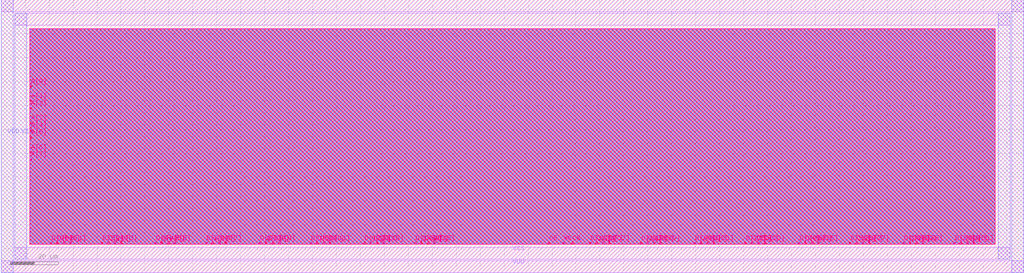
<source format=lef>
VERSION 5.6 ;
BUSBITCHARS "[]" ;
DIVIDERCHAR "/" ;

MACRO MEM1_256X32
  CLASS BLOCK ;
  ORIGIN 0 0 ;
  FOREIGN MEM1_256X32 0 0 ;
  SIZE 426.965 BY 114.215 ;
  SYMMETRY X Y R90 ;
  PIN A[0]
    DIRECTION INPUT ;
    USE SIGNAL ;
    PORT
      LAYER Metal5 ;
        RECT 12.000 77.64 12.660 78.3 ;
      LAYER Metal6 ;
        RECT 12.000 77.64 12.660 78.3 ;
      LAYER Metal3 ;
        RECT 12.000 77.64 12.660 78.3 ;
      LAYER Metal4 ;
        RECT 12.000 77.64 12.660 78.3 ;
    END
  END A[0]
  PIN A[1]
    DIRECTION INPUT ;
    USE SIGNAL ;
    PORT
      LAYER Metal5 ;
        RECT 12.000 71.52 12.660 72.18 ;
      LAYER Metal6 ;
        RECT 12.000 71.52 12.660 72.18 ;
      LAYER Metal3 ;
        RECT 12.000 71.52 12.660 72.18 ;
      LAYER Metal4 ;
        RECT 12.000 71.52 12.660 72.18 ;
    END
  END A[1]
  PIN A[2]
    DIRECTION INPUT ;
    USE SIGNAL ;
    PORT
      LAYER Metal5 ;
        RECT 12.000 68.42 12.660 69.08 ;
      LAYER Metal6 ;
        RECT 12.000 68.42 12.660 69.08 ;
      LAYER Metal3 ;
        RECT 12.000 68.42 12.660 69.08 ;
      LAYER Metal4 ;
        RECT 12.000 68.42 12.660 69.08 ;
    END
  END A[2]
  PIN A[3]
    DIRECTION INPUT ;
    USE SIGNAL ;
    PORT
      LAYER Metal5 ;
        RECT 12.000 62.3 12.660 62.96 ;
      LAYER Metal6 ;
        RECT 12.000 62.3 12.660 62.96 ;
      LAYER Metal3 ;
        RECT 12.000 62.3 12.660 62.96 ;
      LAYER Metal4 ;
        RECT 12.000 62.3 12.660 62.96 ;
    END
  END A[3]
  PIN A[4]
    DIRECTION INPUT ;
    USE SIGNAL ;
    PORT
      LAYER Metal5 ;
        RECT 12.000 59.28 12.660 59.94 ;
      LAYER Metal6 ;
        RECT 12.000 59.28 12.660 59.94 ;
      LAYER Metal3 ;
        RECT 12.000 59.28 12.660 59.94 ;
      LAYER Metal4 ;
        RECT 12.000 59.28 12.660 59.94 ;
    END
  END A[4]
  PIN A[5]
    DIRECTION INPUT ;
    USE SIGNAL ;
    PORT
      LAYER Metal5 ;
        RECT 12.000 56.18 12.660 56.84 ;
      LAYER Metal6 ;
        RECT 12.000 56.18 12.660 56.84 ;
      LAYER Metal3 ;
        RECT 12.000 56.18 12.660 56.84 ;
      LAYER Metal4 ;
        RECT 12.000 56.18 12.660 56.84 ;
    END
  END A[5]
  PIN A[6]
    DIRECTION INPUT ;
    USE SIGNAL ;
    PORT
      LAYER Metal5 ;
        RECT 12.000 50.06 12.660 50.72 ;
      LAYER Metal6 ;
        RECT 12.000 50.06 12.660 50.72 ;
      LAYER Metal3 ;
        RECT 12.000 50.06 12.660 50.72 ;
      LAYER Metal4 ;
        RECT 12.000 50.06 12.660 50.72 ;
    END
  END A[6]
  PIN A[7]
    DIRECTION INPUT ;
    USE SIGNAL ;
    PORT
      LAYER Metal5 ;
        RECT 12.000 47.04 12.660 47.7 ;
      LAYER Metal6 ;
        RECT 12.000 47.04 12.660 47.7 ;
      LAYER Metal3 ;
        RECT 12.000 47.04 12.660 47.7 ;
      LAYER Metal4 ;
        RECT 12.000 47.04 12.660 47.7 ;
    END
  END A[7]
  PIN CE
    DIRECTION INPUT ;
    USE SIGNAL ;
    PORT
      LAYER Metal5 ;
        RECT 228.435 12 229.095 12.66 ;
      LAYER Metal6 ;
        RECT 228.435 12 229.095 12.66 ;
      LAYER Metal3 ;
        RECT 228.435 12 229.095 12.66 ;
      LAYER Metal4 ;
        RECT 228.435 12 229.095 12.66 ;
    END
  END CE
  PIN CK
    DIRECTION INPUT ;
    USE CLOCK ;
    PORT
      LAYER Metal5 ;
        RECT 238.18 12 238.84 12.66 ;
      LAYER Metal6 ;
        RECT 238.18 12 238.84 12.66 ;
      LAYER Metal3 ;
        RECT 238.18 12 238.84 12.66 ;
      LAYER Metal4 ;
        RECT 238.18 12 238.84 12.66 ;
    END
  END CK
  PIN D[0]
    DIRECTION INPUT ;
    USE SIGNAL ;
    PORT
      LAYER Metal5 ;
        RECT 20.48 12 21.14 12.66 ;
      LAYER Metal6 ;
        RECT 20.48 12 21.14 12.66 ;
      LAYER Metal3 ;
        RECT 20.48 12 21.14 12.66 ;
      LAYER Metal4 ;
        RECT 20.48 12 21.14 12.66 ;
    END
  END D[0]
  PIN D[10]
    DIRECTION INPUT ;
    USE SIGNAL ;
    PORT
      LAYER Metal5 ;
        RECT 129 12 129.66 12.66 ;
      LAYER Metal6 ;
        RECT 129 12 129.66 12.66 ;
      LAYER Metal3 ;
        RECT 129 12 129.66 12.66 ;
      LAYER Metal4 ;
        RECT 129 12 129.66 12.66 ;
    END
  END D[10]
  PIN D[11]
    DIRECTION INPUT ;
    USE SIGNAL ;
    PORT
      LAYER Metal5 ;
        RECT 137.04 12 137.7 12.66 ;
      LAYER Metal6 ;
        RECT 137.04 12 137.7 12.66 ;
      LAYER Metal3 ;
        RECT 137.04 12 137.7 12.66 ;
      LAYER Metal4 ;
        RECT 137.04 12 137.7 12.66 ;
    END
  END D[11]
  PIN D[12]
    DIRECTION INPUT ;
    USE SIGNAL ;
    PORT
      LAYER Metal5 ;
        RECT 151.34 12 152 12.66 ;
      LAYER Metal6 ;
        RECT 151.34 12 152 12.66 ;
      LAYER Metal3 ;
        RECT 151.34 12 152 12.66 ;
      LAYER Metal4 ;
        RECT 151.34 12 152 12.66 ;
    END
  END D[12]
  PIN D[13]
    DIRECTION INPUT ;
    USE SIGNAL ;
    PORT
      LAYER Metal5 ;
        RECT 159.38 12 160.04 12.66 ;
      LAYER Metal6 ;
        RECT 159.38 12 160.04 12.66 ;
      LAYER Metal3 ;
        RECT 159.38 12 160.04 12.66 ;
      LAYER Metal4 ;
        RECT 159.38 12 160.04 12.66 ;
    END
  END D[13]
  PIN D[14]
    DIRECTION INPUT ;
    USE SIGNAL ;
    PORT
      LAYER Metal5 ;
        RECT 172.62 12 173.28 12.66 ;
      LAYER Metal6 ;
        RECT 172.62 12 173.28 12.66 ;
      LAYER Metal3 ;
        RECT 172.62 12 173.28 12.66 ;
      LAYER Metal4 ;
        RECT 172.62 12 173.28 12.66 ;
    END
  END D[14]
  PIN D[15]
    DIRECTION INPUT ;
    USE SIGNAL ;
    PORT
      LAYER Metal5 ;
        RECT 180.66 12 181.32 12.66 ;
      LAYER Metal6 ;
        RECT 180.66 12 181.32 12.66 ;
      LAYER Metal3 ;
        RECT 180.66 12 181.32 12.66 ;
      LAYER Metal4 ;
        RECT 180.66 12 181.32 12.66 ;
    END
  END D[15]
  PIN D[16]
    DIRECTION INPUT ;
    USE SIGNAL ;
    PORT
      LAYER Metal5 ;
        RECT 245.645 12 246.305 12.66 ;
      LAYER Metal6 ;
        RECT 245.645 12 246.305 12.66 ;
      LAYER Metal3 ;
        RECT 245.645 12 246.305 12.66 ;
      LAYER Metal4 ;
        RECT 245.645 12 246.305 12.66 ;
    END
  END D[16]
  PIN D[17]
    DIRECTION INPUT ;
    USE SIGNAL ;
    PORT
      LAYER Metal5 ;
        RECT 253.685 12 254.345 12.66 ;
      LAYER Metal6 ;
        RECT 253.685 12 254.345 12.66 ;
      LAYER Metal3 ;
        RECT 253.685 12 254.345 12.66 ;
      LAYER Metal4 ;
        RECT 253.685 12 254.345 12.66 ;
    END
  END D[17]
  PIN D[18]
    DIRECTION INPUT ;
    USE SIGNAL ;
    PORT
      LAYER Metal5 ;
        RECT 266.925 12 267.585 12.66 ;
      LAYER Metal6 ;
        RECT 266.925 12 267.585 12.66 ;
      LAYER Metal3 ;
        RECT 266.925 12 267.585 12.66 ;
      LAYER Metal4 ;
        RECT 266.925 12 267.585 12.66 ;
    END
  END D[18]
  PIN D[19]
    DIRECTION INPUT ;
    USE SIGNAL ;
    PORT
      LAYER Metal5 ;
        RECT 274.965 12 275.625 12.66 ;
      LAYER Metal6 ;
        RECT 274.965 12 275.625 12.66 ;
      LAYER Metal3 ;
        RECT 274.965 12 275.625 12.66 ;
      LAYER Metal4 ;
        RECT 274.965 12 275.625 12.66 ;
    END
  END D[19]
  PIN D[1]
    DIRECTION INPUT ;
    USE SIGNAL ;
    PORT
      LAYER Metal5 ;
        RECT 28.52 12 29.18 12.66 ;
      LAYER Metal6 ;
        RECT 28.52 12 29.18 12.66 ;
      LAYER Metal3 ;
        RECT 28.52 12 29.18 12.66 ;
      LAYER Metal4 ;
        RECT 28.52 12 29.18 12.66 ;
    END
  END D[1]
  PIN D[20]
    DIRECTION INPUT ;
    USE SIGNAL ;
    PORT
      LAYER Metal5 ;
        RECT 289.265 12 289.925 12.66 ;
      LAYER Metal6 ;
        RECT 289.265 12 289.925 12.66 ;
      LAYER Metal3 ;
        RECT 289.265 12 289.925 12.66 ;
      LAYER Metal4 ;
        RECT 289.265 12 289.925 12.66 ;
    END
  END D[20]
  PIN D[21]
    DIRECTION INPUT ;
    USE SIGNAL ;
    PORT
      LAYER Metal5 ;
        RECT 297.305 12 297.965 12.66 ;
      LAYER Metal6 ;
        RECT 297.305 12 297.965 12.66 ;
      LAYER Metal3 ;
        RECT 297.305 12 297.965 12.66 ;
      LAYER Metal4 ;
        RECT 297.305 12 297.965 12.66 ;
    END
  END D[21]
  PIN D[22]
    DIRECTION INPUT ;
    USE SIGNAL ;
    PORT
      LAYER Metal5 ;
        RECT 310.545 12 311.205 12.66 ;
      LAYER Metal6 ;
        RECT 310.545 12 311.205 12.66 ;
      LAYER Metal3 ;
        RECT 310.545 12 311.205 12.66 ;
      LAYER Metal4 ;
        RECT 310.545 12 311.205 12.66 ;
    END
  END D[22]
  PIN D[23]
    DIRECTION INPUT ;
    USE SIGNAL ;
    PORT
      LAYER Metal5 ;
        RECT 318.585 12 319.245 12.66 ;
      LAYER Metal6 ;
        RECT 318.585 12 319.245 12.66 ;
      LAYER Metal3 ;
        RECT 318.585 12 319.245 12.66 ;
      LAYER Metal4 ;
        RECT 318.585 12 319.245 12.66 ;
    END
  END D[23]
  PIN D[24]
    DIRECTION INPUT ;
    USE SIGNAL ;
    PORT
      LAYER Metal5 ;
        RECT 332.885 12 333.545 12.66 ;
      LAYER Metal6 ;
        RECT 332.885 12 333.545 12.66 ;
      LAYER Metal3 ;
        RECT 332.885 12 333.545 12.66 ;
      LAYER Metal4 ;
        RECT 332.885 12 333.545 12.66 ;
    END
  END D[24]
  PIN D[25]
    DIRECTION INPUT ;
    USE SIGNAL ;
    PORT
      LAYER Metal5 ;
        RECT 340.925 12 341.585 12.66 ;
      LAYER Metal6 ;
        RECT 340.925 12 341.585 12.66 ;
      LAYER Metal3 ;
        RECT 340.925 12 341.585 12.66 ;
      LAYER Metal4 ;
        RECT 340.925 12 341.585 12.66 ;
    END
  END D[25]
  PIN D[26]
    DIRECTION INPUT ;
    USE SIGNAL ;
    PORT
      LAYER Metal5 ;
        RECT 354.165 12 354.825 12.66 ;
      LAYER Metal6 ;
        RECT 354.165 12 354.825 12.66 ;
      LAYER Metal3 ;
        RECT 354.165 12 354.825 12.66 ;
      LAYER Metal4 ;
        RECT 354.165 12 354.825 12.66 ;
    END
  END D[26]
  PIN D[27]
    DIRECTION INPUT ;
    USE SIGNAL ;
    PORT
      LAYER Metal5 ;
        RECT 362.205 12 362.865 12.66 ;
      LAYER Metal6 ;
        RECT 362.205 12 362.865 12.66 ;
      LAYER Metal3 ;
        RECT 362.205 12 362.865 12.66 ;
      LAYER Metal4 ;
        RECT 362.205 12 362.865 12.66 ;
    END
  END D[27]
  PIN D[28]
    DIRECTION INPUT ;
    USE SIGNAL ;
    PORT
      LAYER Metal5 ;
        RECT 376.505 12 377.165 12.66 ;
      LAYER Metal6 ;
        RECT 376.505 12 377.165 12.66 ;
      LAYER Metal3 ;
        RECT 376.505 12 377.165 12.66 ;
      LAYER Metal4 ;
        RECT 376.505 12 377.165 12.66 ;
    END
  END D[28]
  PIN D[29]
    DIRECTION INPUT ;
    USE SIGNAL ;
    PORT
      LAYER Metal5 ;
        RECT 384.545 12 385.205 12.66 ;
      LAYER Metal6 ;
        RECT 384.545 12 385.205 12.66 ;
      LAYER Metal3 ;
        RECT 384.545 12 385.205 12.66 ;
      LAYER Metal4 ;
        RECT 384.545 12 385.205 12.66 ;
    END
  END D[29]
  PIN D[2]
    DIRECTION INPUT ;
    USE SIGNAL ;
    PORT
      LAYER Metal5 ;
        RECT 41.76 12 42.42 12.66 ;
      LAYER Metal6 ;
        RECT 41.76 12 42.42 12.66 ;
      LAYER Metal3 ;
        RECT 41.76 12 42.42 12.66 ;
      LAYER Metal4 ;
        RECT 41.76 12 42.42 12.66 ;
    END
  END D[2]
  PIN D[30]
    DIRECTION INPUT ;
    USE SIGNAL ;
    PORT
      LAYER Metal5 ;
        RECT 397.785 12 398.445 12.66 ;
      LAYER Metal6 ;
        RECT 397.785 12 398.445 12.66 ;
      LAYER Metal3 ;
        RECT 397.785 12 398.445 12.66 ;
      LAYER Metal4 ;
        RECT 397.785 12 398.445 12.66 ;
    END
  END D[30]
  PIN D[31]
    DIRECTION INPUT ;
    USE SIGNAL ;
    PORT
      LAYER Metal5 ;
        RECT 405.825 12 406.485 12.66 ;
      LAYER Metal6 ;
        RECT 405.825 12 406.485 12.66 ;
      LAYER Metal3 ;
        RECT 405.825 12 406.485 12.66 ;
      LAYER Metal4 ;
        RECT 405.825 12 406.485 12.66 ;
    END
  END D[31]
  PIN D[3]
    DIRECTION INPUT ;
    USE SIGNAL ;
    PORT
      LAYER Metal5 ;
        RECT 49.8 12 50.46 12.66 ;
      LAYER Metal6 ;
        RECT 49.8 12 50.46 12.66 ;
      LAYER Metal3 ;
        RECT 49.8 12 50.46 12.66 ;
      LAYER Metal4 ;
        RECT 49.8 12 50.46 12.66 ;
    END
  END D[3]
  PIN D[4]
    DIRECTION INPUT ;
    USE SIGNAL ;
    PORT
      LAYER Metal5 ;
        RECT 64.1 12 64.76 12.66 ;
      LAYER Metal6 ;
        RECT 64.1 12 64.76 12.66 ;
      LAYER Metal3 ;
        RECT 64.1 12 64.76 12.66 ;
      LAYER Metal4 ;
        RECT 64.1 12 64.76 12.66 ;
    END
  END D[4]
  PIN D[5]
    DIRECTION INPUT ;
    USE SIGNAL ;
    PORT
      LAYER Metal5 ;
        RECT 72.14 12 72.8 12.66 ;
      LAYER Metal6 ;
        RECT 72.14 12 72.8 12.66 ;
      LAYER Metal3 ;
        RECT 72.14 12 72.8 12.66 ;
      LAYER Metal4 ;
        RECT 72.14 12 72.8 12.66 ;
    END
  END D[5]
  PIN D[6]
    DIRECTION INPUT ;
    USE SIGNAL ;
    PORT
      LAYER Metal5 ;
        RECT 85.38 12 86.04 12.66 ;
      LAYER Metal6 ;
        RECT 85.38 12 86.04 12.66 ;
      LAYER Metal3 ;
        RECT 85.38 12 86.04 12.66 ;
      LAYER Metal4 ;
        RECT 85.38 12 86.04 12.66 ;
    END
  END D[6]
  PIN D[7]
    DIRECTION INPUT ;
    USE SIGNAL ;
    PORT
      LAYER Metal5 ;
        RECT 93.42 12 94.08 12.66 ;
      LAYER Metal6 ;
        RECT 93.42 12 94.08 12.66 ;
      LAYER Metal3 ;
        RECT 93.42 12 94.08 12.66 ;
      LAYER Metal4 ;
        RECT 93.42 12 94.08 12.66 ;
    END
  END D[7]
  PIN D[8]
    DIRECTION INPUT ;
    USE SIGNAL ;
    PORT
      LAYER Metal5 ;
        RECT 107.72 12 108.38 12.66 ;
      LAYER Metal6 ;
        RECT 107.72 12 108.38 12.66 ;
      LAYER Metal3 ;
        RECT 107.72 12 108.38 12.66 ;
      LAYER Metal4 ;
        RECT 107.72 12 108.38 12.66 ;
    END
  END D[8]
  PIN D[9]
    DIRECTION INPUT ;
    USE SIGNAL ;
    PORT
      LAYER Metal5 ;
        RECT 115.76 12 116.42 12.66 ;
      LAYER Metal6 ;
        RECT 115.76 12 116.42 12.66 ;
      LAYER Metal3 ;
        RECT 115.76 12 116.42 12.66 ;
      LAYER Metal4 ;
        RECT 115.76 12 116.42 12.66 ;
    END
  END D[9]
  PIN Q[0]
    DIRECTION OUTPUT ;
    USE SIGNAL ;
    PORT
      LAYER Metal5 ;
        RECT 23.06 12 23.72 12.66 ;
      LAYER Metal6 ;
        RECT 23.06 12 23.72 12.66 ;
      LAYER Metal3 ;
        RECT 23.06 12 23.72 12.66 ;
      LAYER Metal4 ;
        RECT 23.06 12 23.72 12.66 ;
    END
  END Q[0]
  PIN Q[10]
    DIRECTION OUTPUT ;
    USE SIGNAL ;
    PORT
      LAYER Metal5 ;
        RECT 131.58 12 132.24 12.66 ;
      LAYER Metal6 ;
        RECT 131.58 12 132.24 12.66 ;
      LAYER Metal3 ;
        RECT 131.58 12 132.24 12.66 ;
      LAYER Metal4 ;
        RECT 131.58 12 132.24 12.66 ;
    END
  END Q[10]
  PIN Q[11]
    DIRECTION OUTPUT ;
    USE SIGNAL ;
    PORT
      LAYER Metal5 ;
        RECT 134.46 12 135.12 12.66 ;
      LAYER Metal6 ;
        RECT 134.46 12 135.12 12.66 ;
      LAYER Metal3 ;
        RECT 134.46 12 135.12 12.66 ;
      LAYER Metal4 ;
        RECT 134.46 12 135.12 12.66 ;
    END
  END Q[11]
  PIN Q[12]
    DIRECTION OUTPUT ;
    USE SIGNAL ;
    PORT
      LAYER Metal5 ;
        RECT 153.92 12 154.58 12.66 ;
      LAYER Metal6 ;
        RECT 153.92 12 154.58 12.66 ;
      LAYER Metal3 ;
        RECT 153.92 12 154.58 12.66 ;
      LAYER Metal4 ;
        RECT 153.92 12 154.58 12.66 ;
    END
  END Q[12]
  PIN Q[13]
    DIRECTION OUTPUT ;
    USE SIGNAL ;
    PORT
      LAYER Metal5 ;
        RECT 156.8 12 157.46 12.66 ;
      LAYER Metal6 ;
        RECT 156.8 12 157.46 12.66 ;
      LAYER Metal3 ;
        RECT 156.8 12 157.46 12.66 ;
      LAYER Metal4 ;
        RECT 156.8 12 157.46 12.66 ;
    END
  END Q[13]
  PIN Q[14]
    DIRECTION OUTPUT ;
    USE SIGNAL ;
    PORT
      LAYER Metal5 ;
        RECT 175.2 12 175.86 12.66 ;
      LAYER Metal6 ;
        RECT 175.2 12 175.86 12.66 ;
      LAYER Metal3 ;
        RECT 175.2 12 175.86 12.66 ;
      LAYER Metal4 ;
        RECT 175.2 12 175.86 12.66 ;
    END
  END Q[14]
  PIN Q[15]
    DIRECTION OUTPUT ;
    USE SIGNAL ;
    PORT
      LAYER Metal5 ;
        RECT 178.08 12 178.74 12.66 ;
      LAYER Metal6 ;
        RECT 178.08 12 178.74 12.66 ;
      LAYER Metal3 ;
        RECT 178.08 12 178.74 12.66 ;
      LAYER Metal4 ;
        RECT 178.08 12 178.74 12.66 ;
    END
  END Q[15]
  PIN Q[16]
    DIRECTION OUTPUT ;
    USE SIGNAL ;
    PORT
      LAYER Metal5 ;
        RECT 248.225 12 248.885 12.66 ;
      LAYER Metal6 ;
        RECT 248.225 12 248.885 12.66 ;
      LAYER Metal3 ;
        RECT 248.225 12 248.885 12.66 ;
      LAYER Metal4 ;
        RECT 248.225 12 248.885 12.66 ;
    END
  END Q[16]
  PIN Q[17]
    DIRECTION OUTPUT ;
    USE SIGNAL ;
    PORT
      LAYER Metal5 ;
        RECT 251.105 12 251.765 12.66 ;
      LAYER Metal6 ;
        RECT 251.105 12 251.765 12.66 ;
      LAYER Metal3 ;
        RECT 251.105 12 251.765 12.66 ;
      LAYER Metal4 ;
        RECT 251.105 12 251.765 12.66 ;
    END
  END Q[17]
  PIN Q[18]
    DIRECTION OUTPUT ;
    USE SIGNAL ;
    PORT
      LAYER Metal5 ;
        RECT 269.505 12 270.165 12.66 ;
      LAYER Metal6 ;
        RECT 269.505 12 270.165 12.66 ;
      LAYER Metal3 ;
        RECT 269.505 12 270.165 12.66 ;
      LAYER Metal4 ;
        RECT 269.505 12 270.165 12.66 ;
    END
  END Q[18]
  PIN Q[19]
    DIRECTION OUTPUT ;
    USE SIGNAL ;
    PORT
      LAYER Metal5 ;
        RECT 272.385 12 273.045 12.66 ;
      LAYER Metal6 ;
        RECT 272.385 12 273.045 12.66 ;
      LAYER Metal3 ;
        RECT 272.385 12 273.045 12.66 ;
      LAYER Metal4 ;
        RECT 272.385 12 273.045 12.66 ;
    END
  END Q[19]
  PIN Q[1]
    DIRECTION OUTPUT ;
    USE SIGNAL ;
    PORT
      LAYER Metal5 ;
        RECT 25.94 12 26.6 12.66 ;
      LAYER Metal6 ;
        RECT 25.94 12 26.6 12.66 ;
      LAYER Metal3 ;
        RECT 25.94 12 26.6 12.66 ;
      LAYER Metal4 ;
        RECT 25.94 12 26.6 12.66 ;
    END
  END Q[1]
  PIN Q[20]
    DIRECTION OUTPUT ;
    USE SIGNAL ;
    PORT
      LAYER Metal5 ;
        RECT 291.845 12 292.505 12.66 ;
      LAYER Metal6 ;
        RECT 291.845 12 292.505 12.66 ;
      LAYER Metal3 ;
        RECT 291.845 12 292.505 12.66 ;
      LAYER Metal4 ;
        RECT 291.845 12 292.505 12.66 ;
    END
  END Q[20]
  PIN Q[21]
    DIRECTION OUTPUT ;
    USE SIGNAL ;
    PORT
      LAYER Metal5 ;
        RECT 294.725 12 295.385 12.66 ;
      LAYER Metal6 ;
        RECT 294.725 12 295.385 12.66 ;
      LAYER Metal3 ;
        RECT 294.725 12 295.385 12.66 ;
      LAYER Metal4 ;
        RECT 294.725 12 295.385 12.66 ;
    END
  END Q[21]
  PIN Q[22]
    DIRECTION OUTPUT ;
    USE SIGNAL ;
    PORT
      LAYER Metal5 ;
        RECT 313.125 12 313.785 12.66 ;
      LAYER Metal6 ;
        RECT 313.125 12 313.785 12.66 ;
      LAYER Metal3 ;
        RECT 313.125 12 313.785 12.66 ;
      LAYER Metal4 ;
        RECT 313.125 12 313.785 12.66 ;
    END
  END Q[22]
  PIN Q[23]
    DIRECTION OUTPUT ;
    USE SIGNAL ;
    PORT
      LAYER Metal5 ;
        RECT 316.005 12 316.665 12.66 ;
      LAYER Metal6 ;
        RECT 316.005 12 316.665 12.66 ;
      LAYER Metal3 ;
        RECT 316.005 12 316.665 12.66 ;
      LAYER Metal4 ;
        RECT 316.005 12 316.665 12.66 ;
    END
  END Q[23]
  PIN Q[24]
    DIRECTION OUTPUT ;
    USE SIGNAL ;
    PORT
      LAYER Metal5 ;
        RECT 335.465 12 336.125 12.66 ;
      LAYER Metal6 ;
        RECT 335.465 12 336.125 12.66 ;
      LAYER Metal3 ;
        RECT 335.465 12 336.125 12.66 ;
      LAYER Metal4 ;
        RECT 335.465 12 336.125 12.66 ;
    END
  END Q[24]
  PIN Q[25]
    DIRECTION OUTPUT ;
    USE SIGNAL ;
    PORT
      LAYER Metal5 ;
        RECT 338.345 12 339.005 12.66 ;
      LAYER Metal6 ;
        RECT 338.345 12 339.005 12.66 ;
      LAYER Metal3 ;
        RECT 338.345 12 339.005 12.66 ;
      LAYER Metal4 ;
        RECT 338.345 12 339.005 12.66 ;
    END
  END Q[25]
  PIN Q[26]
    DIRECTION OUTPUT ;
    USE SIGNAL ;
    PORT
      LAYER Metal5 ;
        RECT 356.745 12 357.405 12.66 ;
      LAYER Metal6 ;
        RECT 356.745 12 357.405 12.66 ;
      LAYER Metal3 ;
        RECT 356.745 12 357.405 12.66 ;
      LAYER Metal4 ;
        RECT 356.745 12 357.405 12.66 ;
    END
  END Q[26]
  PIN Q[27]
    DIRECTION OUTPUT ;
    USE SIGNAL ;
    PORT
      LAYER Metal5 ;
        RECT 359.625 12 360.285 12.66 ;
      LAYER Metal6 ;
        RECT 359.625 12 360.285 12.66 ;
      LAYER Metal3 ;
        RECT 359.625 12 360.285 12.66 ;
      LAYER Metal4 ;
        RECT 359.625 12 360.285 12.66 ;
    END
  END Q[27]
  PIN Q[28]
    DIRECTION OUTPUT ;
    USE SIGNAL ;
    PORT
      LAYER Metal5 ;
        RECT 379.085 12 379.745 12.66 ;
      LAYER Metal6 ;
        RECT 379.085 12 379.745 12.66 ;
      LAYER Metal3 ;
        RECT 379.085 12 379.745 12.66 ;
      LAYER Metal4 ;
        RECT 379.085 12 379.745 12.66 ;
    END
  END Q[28]
  PIN Q[29]
    DIRECTION OUTPUT ;
    USE SIGNAL ;
    PORT
      LAYER Metal5 ;
        RECT 381.965 12 382.625 12.66 ;
      LAYER Metal6 ;
        RECT 381.965 12 382.625 12.66 ;
      LAYER Metal3 ;
        RECT 381.965 12 382.625 12.66 ;
      LAYER Metal4 ;
        RECT 381.965 12 382.625 12.66 ;
    END
  END Q[29]
  PIN Q[2]
    DIRECTION OUTPUT ;
    USE SIGNAL ;
    PORT
      LAYER Metal5 ;
        RECT 44.34 12 45 12.66 ;
      LAYER Metal6 ;
        RECT 44.34 12 45 12.66 ;
      LAYER Metal3 ;
        RECT 44.34 12 45 12.66 ;
      LAYER Metal4 ;
        RECT 44.34 12 45 12.66 ;
    END
  END Q[2]
  PIN Q[30]
    DIRECTION OUTPUT ;
    USE SIGNAL ;
    PORT
      LAYER Metal5 ;
        RECT 400.365 12 401.025 12.66 ;
      LAYER Metal6 ;
        RECT 400.365 12 401.025 12.66 ;
      LAYER Metal3 ;
        RECT 400.365 12 401.025 12.66 ;
      LAYER Metal4 ;
        RECT 400.365 12 401.025 12.66 ;
    END
  END Q[30]
  PIN Q[31]
    DIRECTION OUTPUT ;
    USE SIGNAL ;
    PORT
      LAYER Metal5 ;
        RECT 403.245 12 403.905 12.66 ;
      LAYER Metal6 ;
        RECT 403.245 12 403.905 12.66 ;
      LAYER Metal3 ;
        RECT 403.245 12 403.905 12.66 ;
      LAYER Metal4 ;
        RECT 403.245 12 403.905 12.66 ;
    END
  END Q[31]
  PIN Q[3]
    DIRECTION OUTPUT ;
    USE SIGNAL ;
    PORT
      LAYER Metal5 ;
        RECT 47.22 12 47.88 12.66 ;
      LAYER Metal6 ;
        RECT 47.22 12 47.88 12.66 ;
      LAYER Metal3 ;
        RECT 47.22 12 47.88 12.66 ;
      LAYER Metal4 ;
        RECT 47.22 12 47.88 12.66 ;
    END
  END Q[3]
  PIN Q[4]
    DIRECTION OUTPUT ;
    USE SIGNAL ;
    PORT
      LAYER Metal5 ;
        RECT 66.68 12 67.34 12.66 ;
      LAYER Metal6 ;
        RECT 66.68 12 67.34 12.66 ;
      LAYER Metal3 ;
        RECT 66.68 12 67.34 12.66 ;
      LAYER Metal4 ;
        RECT 66.68 12 67.34 12.66 ;
    END
  END Q[4]
  PIN Q[5]
    DIRECTION OUTPUT ;
    USE SIGNAL ;
    PORT
      LAYER Metal5 ;
        RECT 69.56 12 70.22 12.66 ;
      LAYER Metal6 ;
        RECT 69.56 12 70.22 12.66 ;
      LAYER Metal3 ;
        RECT 69.56 12 70.22 12.66 ;
      LAYER Metal4 ;
        RECT 69.56 12 70.22 12.66 ;
    END
  END Q[5]
  PIN Q[6]
    DIRECTION OUTPUT ;
    USE SIGNAL ;
    PORT
      LAYER Metal5 ;
        RECT 87.96 12 88.62 12.66 ;
      LAYER Metal6 ;
        RECT 87.96 12 88.62 12.66 ;
      LAYER Metal3 ;
        RECT 87.96 12 88.62 12.66 ;
      LAYER Metal4 ;
        RECT 87.96 12 88.62 12.66 ;
    END
  END Q[6]
  PIN Q[7]
    DIRECTION OUTPUT ;
    USE SIGNAL ;
    PORT
      LAYER Metal5 ;
        RECT 90.84 12 91.5 12.66 ;
      LAYER Metal6 ;
        RECT 90.84 12 91.5 12.66 ;
      LAYER Metal3 ;
        RECT 90.84 12 91.5 12.66 ;
      LAYER Metal4 ;
        RECT 90.84 12 91.5 12.66 ;
    END
  END Q[7]
  PIN Q[8]
    DIRECTION OUTPUT ;
    USE SIGNAL ;
    PORT
      LAYER Metal5 ;
        RECT 110.3 12 110.96 12.66 ;
      LAYER Metal6 ;
        RECT 110.3 12 110.96 12.66 ;
      LAYER Metal3 ;
        RECT 110.3 12 110.96 12.66 ;
      LAYER Metal4 ;
        RECT 110.3 12 110.96 12.66 ;
    END
  END Q[8]
  PIN Q[9]
    DIRECTION OUTPUT ;
    USE SIGNAL ;
    PORT
      LAYER Metal5 ;
        RECT 113.18 12 113.84 12.66 ;
      LAYER Metal6 ;
        RECT 113.18 12 113.84 12.66 ;
      LAYER Metal3 ;
        RECT 113.18 12 113.84 12.66 ;
      LAYER Metal4 ;
        RECT 113.18 12 113.84 12.66 ;
    END
  END Q[9]
  PIN WE
    DIRECTION INPUT ;
    USE SIGNAL ;
    PORT
      LAYER Metal5 ;
        RECT 234.48 12 235.14 12.66 ;
      LAYER Metal6 ;
        RECT 234.48 12 235.14 12.66 ;
      LAYER Metal3 ;
        RECT 234.48 12 235.14 12.66 ;
      LAYER Metal4 ;
        RECT 234.48 12 235.14 12.66 ;
    END
  END WE
  PIN VDD
    DIRECTION INOUT ;
    USE POWER ;
    SHAPE RING ;
    PORT
      LAYER Metal1 ;
        RECT 0 109.215 426.965 114.215 ;
        RECT 0 0 426.965 5 ;
      LAYER Metal2 ;
        RECT 421.965 0 426.965 114.215 ;
        RECT 0 0 5 114.215 ;
    END
  END VDD
  PIN VSS
    DIRECTION INOUT ;
    USE GROUND ;
    SHAPE RING ;
    PORT
      LAYER Metal1 ;
        RECT 5.6 103.615 421.365 108.615 ;
        RECT 5.6 5.6 421.365 10.6 ;
      LAYER Metal2 ;
        RECT 416.365 5.6 421.365 108.615 ;
        RECT 5.6 5.6 10.6 108.615 ;
    END
  END VSS
  OBS
    LAYER Metal1 ;
      RECT 12 12 415.01 102.02 ;
    LAYER Metal2 ;
      RECT 12 12 415.01 102.02 ;
    LAYER Metal3 ;
      RECT 12 12 415.01 102.02 ;
    LAYER Metal4 ;
      RECT 12 12 415.01 102.02 ;
    LAYER Metal5 ;
      RECT 12 12 415.01 102.02 ;
    LAYER Metal6 ;
      RECT 12 12 415.01 102.02 ;
  END
END MEM1_256X32

END LIBRARY

</source>
